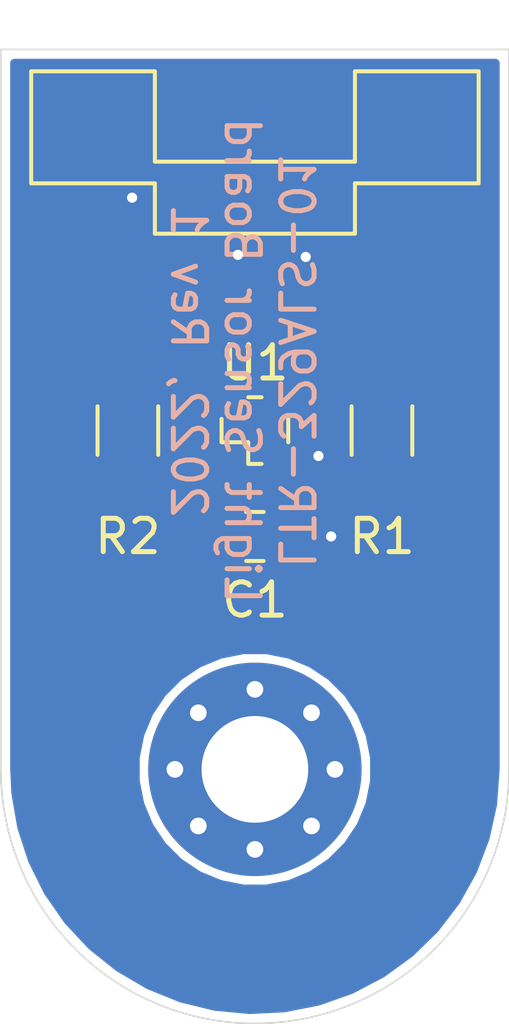
<source format=kicad_pcb>
(kicad_pcb (version 20211014) (generator pcbnew)
  (layers (0 "F.Cu" signal) (31 "B.Cu" signal) (34 "B.Paste" user) (35 "F.Paste" user) (36 "B.SilkS" user "B.Silkscreen") (37 "F.SilkS" user "F.Silkscreen") (38 "B.Mask" user) (39 "F.Mask" user) (44 "Edge.Cuts" user))
  (net 0 "")
  (net 1 "GND")
  (net 2 "+3V3")
  (net 3 "I2C_SDA")
  (net 4 "I2C_SCL")
  (footprint "Capacitor_SMD:C_0805_2012Metric" (layer "F.Cu") (at 139.7 90.805)
    (fp_text reference "C1" (at 0 1.905) (layer "F.SilkS"))
    (fp_text value "1uF")
    (fp_line (start -0.261252 0.735) (end 0.261252 0.735) (layer "F.SilkS") (width 0.12))
    (fp_line (start -0.261252 -0.735) (end 0.261252 -0.735) (layer "F.SilkS") (width 0.12))
    (pad "1" smd roundrect locked (at -0.95 0) (size 1 1.45) (layers "F.Cu" "F.Paste" "F.Mask") (net 2 "+3V3"))
    (pad "2" smd roundrect locked (at 0.95 0) (size 1 1.45) (layers "F.Cu" "F.Paste" "F.Mask") (net 1 "GND"))
  )
  (footprint "MountingHole:MountingHole_3.2mm_M3_Pad_Via" (layer "F.Cu") (at 139.7 97.79)
    (fp_text reference "H1" hide)
    (fp_text value "MountingHole")
    (pad "1" thru_hole circle locked (at 1.697056 -1.697056) (size 0.8 0.8) (drill 0.5) (layers *.Cu *.Mask))
    (pad "1" thru_hole circle locked (at 1.697056 1.697056) (size 0.8 0.8) (drill 0.5) (layers *.Cu *.Mask))
    (pad "1" thru_hole circle locked (at 0 0) (size 6.4 6.4) (drill 3.2) (layers *.Cu *.Mask))
    (pad "1" thru_hole circle locked (at 2.4 0) (size 0.8 0.8) (drill 0.5) (layers *.Cu *.Mask))
    (pad "1" thru_hole circle locked (at 0 -2.4) (size 0.8 0.8) (drill 0.5) (layers *.Cu *.Mask))
    (pad "1" thru_hole circle locked (at -2.4 0) (size 0.8 0.8) (drill 0.5) (layers *.Cu *.Mask))
    (pad "1" thru_hole circle locked (at -1.697056 1.697056) (size 0.8 0.8) (drill 0.5) (layers *.Cu *.Mask))
    (pad "1" thru_hole circle locked (at 0 2.4) (size 0.8 0.8) (drill 0.5) (layers *.Cu *.Mask))
    (pad "1" thru_hole circle locked (at -1.697056 -1.697056) (size 0.8 0.8) (drill 0.5) (layers *.Cu *.Mask))
  )
  (footprint "Custom:AFA07-S06FCA-00" (layer "F.Cu") (at 139.7 80.645 180)
    (fp_text reference "J1" hide)
    (fp_text value "Connector")
    (fp_line (start 6.71 0.43) (end 3 0.43) (layer "F.SilkS") (width 0.12))
    (fp_line (start 3 0.43) (end 3 -1.08) (layer "F.SilkS") (width 0.12))
    (fp_line (start 6.71 3.79) (end 6.71 0.43) (layer "F.SilkS") (width 0.12))
    (fp_line (start -3 3.79) (end -6.71 3.79) (layer "F.SilkS") (width 0.12))
    (fp_line (start -3 1.08) (end -3 3.79) (layer "F.SilkS") (width 0.12))
    (fp_line (start -3 1.08) (end 3 1.08) (layer "F.SilkS") (width 0.12))
    (fp_line (start -6.71 0.43) (end -3 0.43) (layer "F.SilkS") (width 0.12))
    (fp_line (start -3 -1.08) (end 3 -1.08) (layer "F.SilkS") (width 0.12))
    (fp_line (start 3 3.79) (end 6.71 3.79) (layer "F.SilkS") (width 0.12))
    (fp_line (start 3 1.08) (end 3 3.79) (layer "F.SilkS") (width 0.12))
    (fp_line (start -6.71 3.79) (end -6.71 0.43) (layer "F.SilkS") (width 0.12))
    (fp_line (start -3 0.43) (end -3 -1.08) (layer "F.SilkS") (width 0.12))
    (pad "" smd rect locked (at 4.85 2.17 180) (size 3 3) (layers "F.Cu" "F.Paste" "F.Mask"))
    (pad "" smd rect locked (at -4.85 2.17 180) (size 3 3) (layers "F.Cu" "F.Paste" "F.Mask"))
    (pad "1" smd rect locked (at -2.5 0 180) (size 0.6 1.8) (layers "F.Cu" "F.Paste" "F.Mask") (net 2 "+3V3"))
    (pad "2" smd rect locked (at -1.5 0 180) (size 0.6 1.8) (layers "F.Cu" "F.Paste" "F.Mask") (net 1 "GND"))
    (pad "3" smd rect locked (at -0.5 0 180) (size 0.6 1.8) (layers "F.Cu" "F.Paste" "F.Mask") (net 3 "I2C_SDA"))
    (pad "4" smd rect locked (at 0.5 0 180) (size 0.6 1.8) (layers "F.Cu" "F.Paste" "F.Mask") (net 1 "GND"))
    (pad "5" smd rect locked (at 1.5 0 180) (size 0.6 1.8) (layers "F.Cu" "F.Paste" "F.Mask") (net 4 "I2C_SCL"))
    (pad "6" smd rect locked (at 2.5 0 180) (size 0.6 1.8) (layers "F.Cu" "F.Paste" "F.Mask") (net 1 "GND"))
  )
  (footprint "Resistor_SMD:R_1206_3216Metric" (layer "F.Cu") (at 143.51 87.63 90)
    (fp_text reference "R1" (at -3.175 0 180) (layer "F.SilkS"))
    (fp_text value "2.2K")
    (fp_line (start -0.727064 -0.91) (end 0.727064 -0.91) (layer "F.SilkS") (width 0.12))
    (fp_line (start -0.727064 0.91) (end 0.727064 0.91) (layer "F.SilkS") (width 0.12))
    (pad "1" smd roundrect locked (at -1.4625 0 90) (size 1.125 1.75) (layers "F.Cu" "F.Paste" "F.Mask") (roundrect_rratio 0.2222213333) (net 2 "+3V3"))
    (pad "2" smd roundrect locked (at 1.4625 0 90) (size 1.125 1.75) (layers "F.Cu" "F.Paste" "F.Mask") (roundrect_rratio 0.2222213333) (net 3 "I2C_SDA"))
  )
  (footprint "Resistor_SMD:R_1206_3216Metric" (layer "F.Cu") (at 135.89 87.63 90)
    (fp_text reference "R2" (at -3.175 0 180) (layer "F.SilkS"))
    (fp_text value "2.2K")
    (fp_line (start -0.727064 0.91) (end 0.727064 0.91) (layer "F.SilkS") (width 0.12))
    (fp_line (start -0.727064 -0.91) (end 0.727064 -0.91) (layer "F.SilkS") (width 0.12))
    (pad "1" smd roundrect locked (at -1.4625 0 90) (size 1.125 1.75) (layers "F.Cu" "F.Paste" "F.Mask") (roundrect_rratio 0.2222213333) (net 2 "+3V3"))
    (pad "2" smd roundrect locked (at 1.4625 0 90) (size 1.125 1.75) (layers "F.Cu" "F.Paste" "F.Mask") (roundrect_rratio 0.2222213333) (net 4 "I2C_SCL"))
  )
  (footprint "Custom:LTR-329ALS-01" (layer "F.Cu") (at 139.7 87.63)
    (fp_text reference "U1" (at 0 -2.032) (layer "F.SilkS"))
    (fp_text value "LTR-329ALS-01")
    (fp_line (start 1 -0.35) (end 1 0.35) (layer "F.SilkS") (width 0.12))
    (fp_line (start -1 -0.35) (end -1 0.35) (layer "F.SilkS") (width 0.12))
    (fp_line (start -0.2 -1) (end 0.2 -1) (layer "F.SilkS") (width 0.12))
    (fp_line (start -0.2 0.35) (end -0.2 1) (layer "F.SilkS") (width 0.12))
    (fp_line (start -0.2 1) (end 0.2 1) (layer "F.SilkS") (width 0.12))
    (fp_line (start -1 0.35) (end -0.2 0.35) (layer "F.SilkS") (width 0.12))
    (pad "1" smd rect locked (at -0.7 0.775) (size 0.8 0.65) (layers "F.Cu" "F.Paste" "F.Mask") (net 2 "+3V3"))
    (pad "2" smd rect locked (at 0.7 0.775) (size 0.8 0.65) (layers "F.Cu" "F.Paste" "F.Mask") (net 1 "GND"))
    (pad "3" smd rect locked (at 0.7 -0.775) (size 0.8 0.65) (layers "F.Cu" "F.Paste" "F.Mask") (net 3 "I2C_SDA"))
    (pad "4" smd rect locked (at -0.7 -0.775) (size 0.8 0.65) (layers "F.Cu" "F.Paste" "F.Mask") (net 4 "I2C_SCL"))
  )
  (gr_line (start 147.32 76.2) (end 132.08 76.2) (layer "Edge.Cuts") (width 0.05))
  (gr_line (start 147.32 97.79) (end 147.32 76.2) (layer "Edge.Cuts") (width 0.05))
  (gr_line (start 132.08 76.2) (end 132.08 97.79) (layer "Edge.Cuts") (width 0.05))
  (gr_arc (start 147.32 97.79) (mid 139.7 105.41) (end 132.08 97.79) (layer "Edge.Cuts") (width 0.05))
  (gr_text "LTR-329ALS-01\nLight Sensor Board\n2022, Rev 1" (at 139.319 85.5345 -90) (layer "B.SilkS") (effects (font (size 1 1)) (justify mirror)))
  (via (at 141.224 82.423) (size 0.6096) (drill 0.3048) (layers "F.Cu" "B.Cu") (net 1))
  (via (at 136.017 80.645) (size 0.6096) (drill 0.3048) (layers "F.Cu" "B.Cu") (net 1))
  (via (at 141.986 90.805) (size 0.6096) (drill 0.3048) (layers "F.Cu" "B.Cu") (net 1))
  (via (at 139.192 82.3595) (size 0.6096) (drill 0.3048) (layers "F.Cu" "B.Cu") (net 1))
  (via (at 141.605 88.392) (size 0.6096) (drill 0.3048) (layers "F.Cu" "B.Cu") (net 1))
  (segment (start 139 89.1555) (end 138.75 89.4055) (width 0.4064) (layer "F.Cu") (net 2))
  (segment (start 139 88.405) (end 139 89.1555) (width 0.4064) (layer "F.Cu") (net 2))
  (segment (start 136.398 90.805) (end 135.89 90.297) (width 0.4064) (layer "F.Cu") (net 2))
  (segment (start 143.51 92.329) (end 143.51 89.0925) (width 0.4064) (layer "F.Cu") (net 2))
  (segment (start 138.75 90.805) (end 136.398 90.805) (width 0.4064) (layer "F.Cu") (net 2))
  (segment (start 145.7325 88.519) (end 145.159 89.0925) (width 0.4064) (layer "F.Cu") (net 2))
  (segment (start 138.75 89.4055) (end 138.75 90.805) (width 0.4064) (layer "F.Cu") (net 2))
  (segment (start 142.748 82.931) (end 144.8435 82.931) (width 0.4064) (layer "F.Cu") (net 2))
  (segment (start 145.159 89.0925) (end 143.51 89.0925) (width 0.4064) (layer "F.Cu") (net 2))
  (segment (start 135.89 90.297) (end 135.89 89.0925) (width 0.4064) (layer "F.Cu") (net 2))
  (segment (start 138.75 92.649) (end 139.065 92.964) (width 0.4064) (layer "F.Cu") (net 2))
  (segment (start 142.875 92.964) (end 143.51 92.329) (width 0.4064) (layer "F.Cu") (net 2))
  (segment (start 142.2 80.645) (end 142.2 82.383) (width 0.4064) (layer "F.Cu") (net 2))
  (segment (start 142.2 82.383) (end 142.748 82.931) (width 0.4064) (layer "F.Cu") (net 2))
  (segment (start 138.75 90.805) (end 138.75 92.649) (width 0.4064) (layer "F.Cu") (net 2))
  (segment (start 145.7325 83.82) (end 145.7325 88.519) (width 0.4064) (layer "F.Cu") (net 2))
  (segment (start 144.8435 82.931) (end 145.7325 83.82) (width 0.4064) (layer "F.Cu") (net 2))
  (segment (start 139.065 92.964) (end 142.875 92.964) (width 0.4064) (layer "F.Cu") (net 2))
  (segment (start 141.1735 86.855) (end 141.861 86.1675) (width 0.4064) (layer "F.Cu") (net 3))
  (segment (start 140.4 86.855) (end 141.1735 86.855) (width 0.4064) (layer "F.Cu") (net 3))
  (segment (start 140.2 83.3675) (end 140.2 80.645) (width 0.4064) (layer "F.Cu") (net 3))
  (segment (start 143.51 86.1675) (end 143.51 84.963) (width 0.4064) (layer "F.Cu") (net 3))
  (segment (start 142.875 84.328) (end 141.1605 84.328) (width 0.4064) (layer "F.Cu") (net 3))
  (segment (start 141.861 86.1675) (end 143.51 86.1675) (width 0.4064) (layer "F.Cu") (net 3))
  (segment (start 141.1605 84.328) (end 140.2 83.3675) (width 0.4064) (layer "F.Cu") (net 3))
  (segment (start 143.51 84.963) (end 142.875 84.328) (width 0.4064) (layer "F.Cu") (net 3))
  (segment (start 135.89 84.7725) (end 135.89 86.1675) (width 0.4064) (layer "F.Cu") (net 4))
  (segment (start 138.163 86.855) (end 137.4755 86.1675) (width 0.4064) (layer "F.Cu") (net 4))
  (segment (start 139 86.855) (end 138.163 86.855) (width 0.4064) (layer "F.Cu") (net 4))
  (segment (start 137.4755 86.1675) (end 135.89 86.1675) (width 0.4064) (layer "F.Cu") (net 4))
  (segment (start 138.2 82.4625) (end 135.89 84.7725) (width 0.4064) (layer "F.Cu") (net 4))
  (segment (start 138.2 80.645) (end 138.2 82.4625) (width 0.4064) (layer "F.Cu") (net 4))
  (zone (net 1) (net_name "GND") (layer "F.Cu") (connect_pads (clearance 0.3556)) (min_thickness 0.254) (fill yes (thermal_gap 0.508) (thermal_bridge_width 0.508))
    (polygon (pts (xy 147.32 105.41) (xy 132.08 105.41) (xy 132.08 76.2) (xy 147.32 76.2)))
  )
  (zone (net 1) (net_name "GND") (layer "B.Cu") (connect_pads (clearance 0.254)) (min_thickness 0.254) (fill yes (thermal_gap 0.508) (thermal_bridge_width 0.508))
    (polygon (pts (xy 147.32 105.41) (xy 132.08 105.41) (xy 132.08 76.2) (xy 147.32 76.2)))
  )
)
</source>
